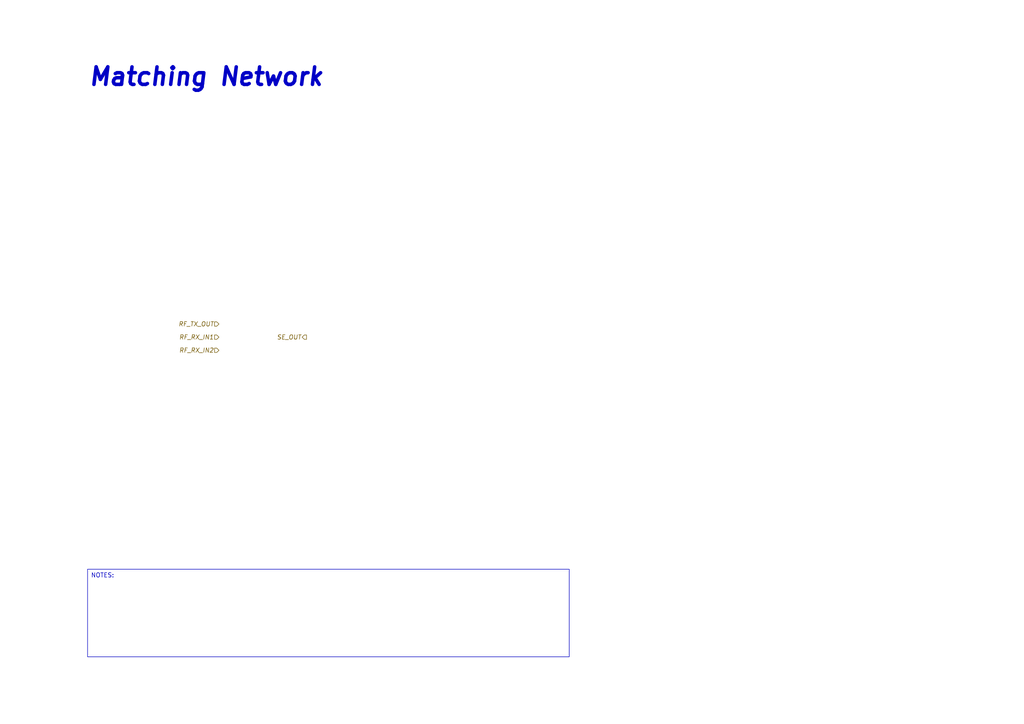
<source format=kicad_sch>
(kicad_sch (version 20230121) (generator eeschema)
  (paper "A4")
  (title_block (title "RFID-Gwent") (date "2023-08-14") (rev "R0") (company "s-grundner"))
  (lib_symbols)
  (text_box "NOTES:" (at 25.4 165.1 0) (size 139.7 25.4) (effects (font (size 1.27 1.27)) (justify left top)))
  (text "Matching Network" (at 25.4 25.4 0) (effects (font (size 5.08 5.08) (thickness 1.016) bold italic) (justify left bottom)))
  (hierarchical_label "RF_RX_IN1" (shape input) (at 63.5 97.79 180) (effects (font italic)))
  (hierarchical_label "RF_RX_IN2" (shape input) (at 63.5 101.6 180) (effects (font italic)))
  (hierarchical_label "SE_OUT" (shape output) (at 88.9 97.79 180) (effects (font italic)))
  (hierarchical_label "RF_TX_OUT" (shape input) (at 63.5 93.98 180) (effects (font italic)))
)
</source>
